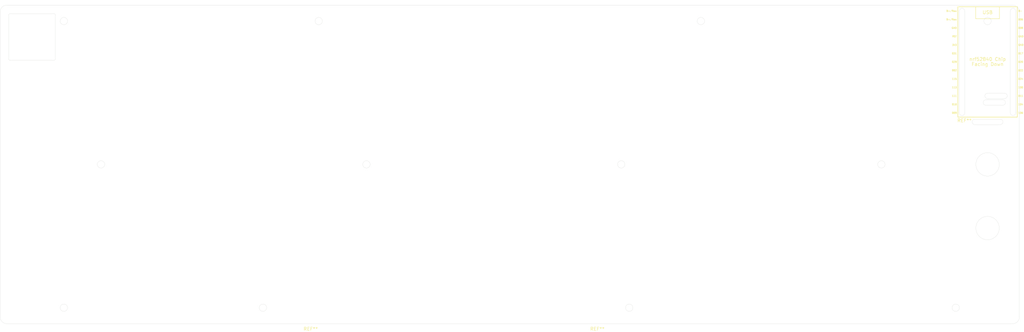
<source format=kicad_pcb>
(kicad_pcb (version 20241229) (generator "pcbnew") (generator_version "9.0")
  (layers (0 "F.Cu" signal) (2 "B.Cu" signal) (13 "F.Paste" user) (15 "B.Paste" user) (5 "F.SilkS" user "F.Silkscreen") (7 "B.SilkS" user "B.Silkscreen") (1 "F.Mask" user) (3 "B.Mask" user) (25 "Edge.Cuts" user))
  (net 0 "")
  (footprint "Caon_Footprint:Cutout_MX_1.00u" (layer "F.Cu") (at 25.4 25.4)
    (property "Reference" "REF**" (hide yes))
    (property "Value" "CUTOUT_MX_1.00u" (hide yes))
    (fp_line (start -7.000001 6.500001) (end -7 -6.5) (stroke (width 0.05)) (layer "Edge.Cuts"))
    (fp_line (start -6.5 -7) (end 6.5 -7) (stroke (width 0.05)) (layer "Edge.Cuts"))
    (fp_line (start 6.5 7) (end -6.500001 7.000001) (stroke (width 0.05)) (layer "Edge.Cuts"))
    (fp_line (start 7 -6.5) (end 7 6.5) (stroke (width 0.05)) (layer "Edge.Cuts"))
    (fp_arc (start -7 -6.5) (mid -6.853553 -6.853553) (end -6.5 -7) (stroke (width 0.05)) (layer "Edge.Cuts"))
    (fp_arc (start -6.500001 7.000001) (mid -6.853554 6.853554) (end -7.000001 6.500001) (stroke (width 0.05)) (layer "Edge.Cuts"))
    (fp_arc (start 6.5 -7) (mid 6.853553 -6.853553) (end 7 -6.5) (stroke (width 0.05)) (layer "Edge.Cuts"))
    (fp_arc (start 7 6.5) (mid 6.853553 6.853553) (end 6.5 7) (stroke (width 0.05)) (layer "Edge.Cuts"))
  )
  (footprint "Caon_Footprint:OLED_128x32" (layer "F.Cu") (at 311.15 50.8 90)
    (property "Reference" "REF**" (hide yes))
    (property "Value" "OLED_128x32")
    (fp_line (start 0.8 -3.81) (end 0.8 3.81) (stroke (width 0.05)) (layer "Edge.Cuts"))
    (fp_line (start -0.8 3.81) (end -0.8 -3.81) (stroke (width 0.05)) (layer "Edge.Cuts"))
    (fp_arc (start -0.8 -3.81) (mid 0 -4.61) (end 0.8 -3.81) (stroke (width 0.05)) (layer "Edge.Cuts"))
    (fp_arc (start 0.8 3.81) (mid 0 4.61) (end -0.8 3.81) (stroke (width 0.05)) (layer "Edge.Cuts"))
  )
  (footprint "Caon_Footprint:SuperMini_NiceNano_platecutout" (layer "F.Cu") (at 311.15 34.13125)
    (property "Reference" "REF**" (at -9.14 16.24 0) (layer "F.SilkS") (effects (justify left)))
    (property "Value" "SuperMini/NiceNano_USBdn" (hide yes))
    (fp_line (start -3.55 -14.2) (end -3.55 -17.78) (stroke (width 0.15)) (layer "F.SilkS"))
    (fp_line (start 3.55 -14.2) (end -3.55 -14.2) (stroke (width 0.15)) (layer "F.SilkS"))
    (fp_line (start 3.55 -14.2) (end 3.55 -17.78) (stroke (width 0.15)) (layer "F.SilkS"))
    (fp_rect (start 8.89 -17.78) (end -8.89 15.24) (stroke (width 0.2)) (fill no) (layer "F.SilkS"))
    (fp_line (start -8.42 13.97) (end -8.42 -16.494) (stroke (width 0.05)) (layer "Edge.Cuts"))
    (fp_line (start -6.82 -16.494) (end -6.82 13.97) (stroke (width 0.05)) (layer "Edge.Cuts"))
    (fp_line (start -0.5334 11.67628) (end 4.5466 11.67628) (stroke (width 0.05)) (layer "Edge.Cuts"))
    (fp_line (start 0 8.09) (end 5.08 8.09) (stroke (width 0.05)) (layer "Edge.Cuts"))
    (fp_line (start 4.5466 10.07628) (end -0.5334 10.07628) (stroke (width 0.05)) (layer "Edge.Cuts"))
    (fp_line (start 5.08 9.69) (end 0 9.69) (stroke (width 0.05)) (layer "Edge.Cuts"))
    (fp_line (start 6.828 -16.502) (end 6.828 13.962) (stroke (width 0.05)) (layer "Edge.Cuts"))
    (fp_line (start 8.428 13.962) (end 8.428 -16.502) (stroke (width 0.05)) (layer "Edge.Cuts"))
    (fp_arc (start -8.42 -16.494) (mid -7.62 -17.294) (end -6.82 -16.494) (stroke (width 0.05)) (layer "Edge.Cuts"))
    (fp_arc (start -6.82 13.97) (mid -7.62 14.77) (end -8.42 13.97) (stroke (width 0.05)) (layer "Edge.Cuts"))
    (fp_arc (start -0.5334 11.67628) (mid -1.3334 10.87628) (end -0.5334 10.07628) (stroke (width 0.05)) (layer "Edge.Cuts"))
    (fp_arc (start 0 9.69) (mid -0.8 8.89) (end 0 8.09) (stroke (width 0.05)) (layer "Edge.Cuts"))
    (fp_arc (start 4.5466 10.07628) (mid 5.3466 10.87628) (end 4.5466 11.67628) (stroke (width 0.05)) (layer "Edge.Cuts"))
    (fp_arc (start 5.08 8.09) (mid 5.88 8.89) (end 5.08 9.69) (stroke (width 0.05)) (layer "Edge.Cuts"))
    (fp_arc (start 6.828 -16.502) (mid 7.628 -17.302) (end 8.428 -16.502) (stroke (width 0.05)) (layer "Edge.Cuts"))
    (fp_arc (start 8.428 13.962) (mid 7.628 14.762) (end 6.828 13.962) (stroke (width 0.05)) (layer "Edge.Cuts"))
    (fp_text user "024" (at 9.12 3.81 0) (layer "F.SilkS") (effects (font (size 0.5 0.5) (thickness 0.125)) (justify left)))
    (fp_text user "GND" (at 9.12 -8.89 0) (layer "F.SilkS") (effects (font (size 0.5 0.5) (thickness 0.125)) (justify left)))
    (fp_text user "002" (at -9.12 1.24 0) (layer "F.SilkS") (effects (font (size 0.5 0.5) (thickness 0.125)) (justify right)))
    (fp_text user "RST" (at -9.12 -8.89 0) (layer "F.SilkS") (effects (font (size 0.5 0.5) (thickness 0.125)) (justify right)))
    (fp_text user "B+/Raw" (at -9.12 -13.97 0) (layer "F.SilkS") (effects (font (size 0.5 0.5) (thickness 0.125)) (justify right)))
    (fp_text user "113" (at -9.12 6.35 0) (layer "F.SilkS") (effects (font (size 0.5 0.5) (thickness 0.125)) (justify right)))
    (fp_text user "029" (at -9.12 -1.27 0) (layer "F.SilkS") (effects (font (size 0.5 0.5) (thickness 0.125)) (justify right)))
    (fp_text user "100" (at 9.12 6.35 0) (layer "F.SilkS") (effects (font (size 0.5 0.5) (thickness 0.125)) (justify left)))
    (fp_text user "010" (at -9.12 11.43 0) (layer "F.SilkS") (effects (font (size 0.5 0.5) (thickness 0.125)) (justify right)))
    (fp_text user "B+/Raw" (at -9.12 -16.51 0) (layer "F.SilkS") (effects (font (size 0.5 0.5) (thickness 0.125)) (justify right)))
    (fp_text user "017" (at 9.12 -3.81 0) (layer "F.SilkS") (effects (font (size 0.5 0.5) (thickness 0.125)) (justify left)))
    (fp_text user "GND" (at -9.12 -11.43 0) (layer "F.SilkS") (effects (font (size 0.5 0.5) (thickness 0.125)) (justify right)))
    (fp_text user "020" (at 9.12 -1.27 0) (layer "F.SilkS") (effects (font (size 0.5 0.5) (thickness 0.125)) (justify left)))
    (fp_text user "106" (at 9.12 13.97 0) (layer "F.SilkS") (effects (font (size 0.5 0.5) (thickness 0.125)) (justify left)))
    (fp_text user "115" (at -9.12 3.81 0) (layer "F.SilkS") (effects (font (size 0.5 0.5) (thickness 0.125)) (justify right)))
    (fp_text user "nrf52840 Chip" (at 0 -1.5 0) (layer "F.SilkS") (effects (justify bottom)))
    (fp_text user "011" (at 9.12 8.89 0) (layer "F.SilkS") (effects (font (size 0.5 0.5) (thickness 0.125)) (justify left)))
    (fp_text user "104" (at 9.12 11.43 0) (layer "F.SilkS") (effects (font (size 0.5 0.5) (thickness 0.125)) (justify left)))
    (fp_text user "022" (at 9.12 1.27 0) (layer "F.SilkS") (effects (font (size 0.5 0.5) (thickness 0.125)) (justify left)))
    (fp_text user "111" (at -9.12 8.89 0) (layer "F.SilkS") (effects (font (size 0.5 0.5) (thickness 0.125)) (justify right)))
    (fp_text user "006" (at 9.12 -13.97 0) (layer "F.SilkS") (effects (font (size 0.5 0.5) (thickness 0.125)) (justify left)))
    (fp_text user "031" (at -9.12 -3.81 0) (layer "F.SilkS") (effects (font (size 0.5 0.5) (thickness 0.125)) (justify right)))
    (fp_text user "Facing Down" (at 0 0 0) (layer "F.SilkS") (effects (justify bottom)))
    (fp_text user "008" (at 9.12 -11.43 0) (layer "F.SilkS") (effects (font (size 0.5 0.5) (thickness 0.125)) (justify left)))
    (fp_text user "3V3" (at -9.12 -6.35 0) (layer "F.SilkS") (effects (font (size 0.5 0.5) (thickness 0.125)) (justify right)))
    (fp_text user "USB" (at 0 -15.5 0) (layer "F.SilkS") (effects (justify bottom)))
    (fp_text user "009" (at -9.12 13.97 0) (layer "F.SilkS") (effects (font (size 0.5 0.5) (thickness 0.125)) (justify right)))
    (fp_text user "GND" (at 9.12 -6.35 0) (layer "F.SilkS") (effects (font (size 0.5 0.5) (thickness 0.125)) (justify left)))
    (fp_text user "B-" (at 9.12 -16.51 0) (layer "F.SilkS") (effects (font (size 0.5 0.5) (thickness 0.125)) (justify left)))
  )
  (gr_circle (center 311.15 82.55) (end 314.65 82.55) (stroke (width 0.05)) (fill no) (layer "Edge.Cuts"))
  (gr_arc (start 15.875 17.875) (mid 16.460786 16.460786) (end 17.875 15.875) (stroke (width 0.05)) (layer "Edge.Cuts"))
  (gr_line (start 17.875 15.875) (end 318.675 15.875) (stroke (width 0.05)) (layer "Edge.Cuts"))
  (gr_circle (center 301.625 106.3625) (end 302.725 106.3625) (stroke (width 0.05)) (fill no) (layer "Edge.Cuts"))
  (gr_arc (start 17.875 111.125) (mid 16.460786 110.539214) (end 15.875 109.125) (stroke (width 0.05)) (layer "Edge.Cuts"))
  (gr_circle (center 203.99375 106.3625) (end 205.09375 106.3625) (stroke (width 0.05)) (fill no) (layer "Edge.Cuts"))
  (gr_circle (center 46.0375 63.5) (end 47.1375 63.5) (stroke (width 0.05)) (fill no) (layer "Edge.Cuts"))
  (gr_circle (center 34.925 20.6375) (end 36.025 20.6375) (stroke (width 0.05)) (fill no) (layer "Edge.Cuts"))
  (gr_line (start 320.675 17.875) (end 320.675 109.125) (stroke (width 0.05)) (layer "Edge.Cuts"))
  (gr_line (start 318.675 111.125) (end 17.875 111.125) (stroke (width 0.05)) (layer "Edge.Cuts"))
  (gr_circle (center 111.125 20.6375) (end 112.225 20.6375) (stroke (width 0.05)) (fill no) (layer "Edge.Cuts"))
  (gr_circle (center 311.15 20.6375) (end 312.25 20.6375) (stroke (width 0.05)) (fill no) (layer "Edge.Cuts"))
  (gr_circle (center 201.6125 63.5) (end 202.7125 63.5) (stroke (width 0.05)) (fill no) (layer "Edge.Cuts"))
  (gr_circle (center 225.425 20.6375) (end 226.525 20.6375) (stroke (width 0.05)) (fill no) (layer "Edge.Cuts"))
  (gr_circle (center 94.45625 106.3625) (end 95.55625 106.3625) (stroke (width 0.05)) (fill no) (layer "Edge.Cuts"))
  (gr_circle (center 279.4 63.5) (end 280.5 63.5) (stroke (width 0.05)) (fill no) (layer "Edge.Cuts"))
  (gr_arc (start 320.675 109.125) (mid 320.089214 110.539214) (end 318.675 111.125) (stroke (width 0.05)) (layer "Edge.Cuts"))
  (gr_line (start 15.875 109.125) (end 15.875 17.875) (stroke (width 0.05)) (layer "Edge.Cuts"))
  (gr_circle (center 34.925 106.3625) (end 36.025 106.3625) (stroke (width 0.05)) (fill no) (layer "Edge.Cuts"))
  (gr_arc (start 318.675 15.875) (mid 320.089214 16.460786) (end 320.675 17.875) (stroke (width 0.05)) (layer "Edge.Cuts"))
  (gr_circle (center 311.15 63.5) (end 314.65 63.5) (stroke (width 0.05)) (fill no) (layer "Edge.Cuts"))
  (gr_circle (center 125.4125 63.5) (end 126.5125 63.5) (stroke (width 0.05)) (fill no) (layer "Edge.Cuts"))
  (gr_text "REF**" (at 108.74375 112.7125 0) (layer "F.SilkS") (effects (font (size 1 1))))
  (gr_text "REF**" (at 194.46875 112.7125 0) (layer "F.SilkS") (effects (font (size 1 1))))
)
</source>
